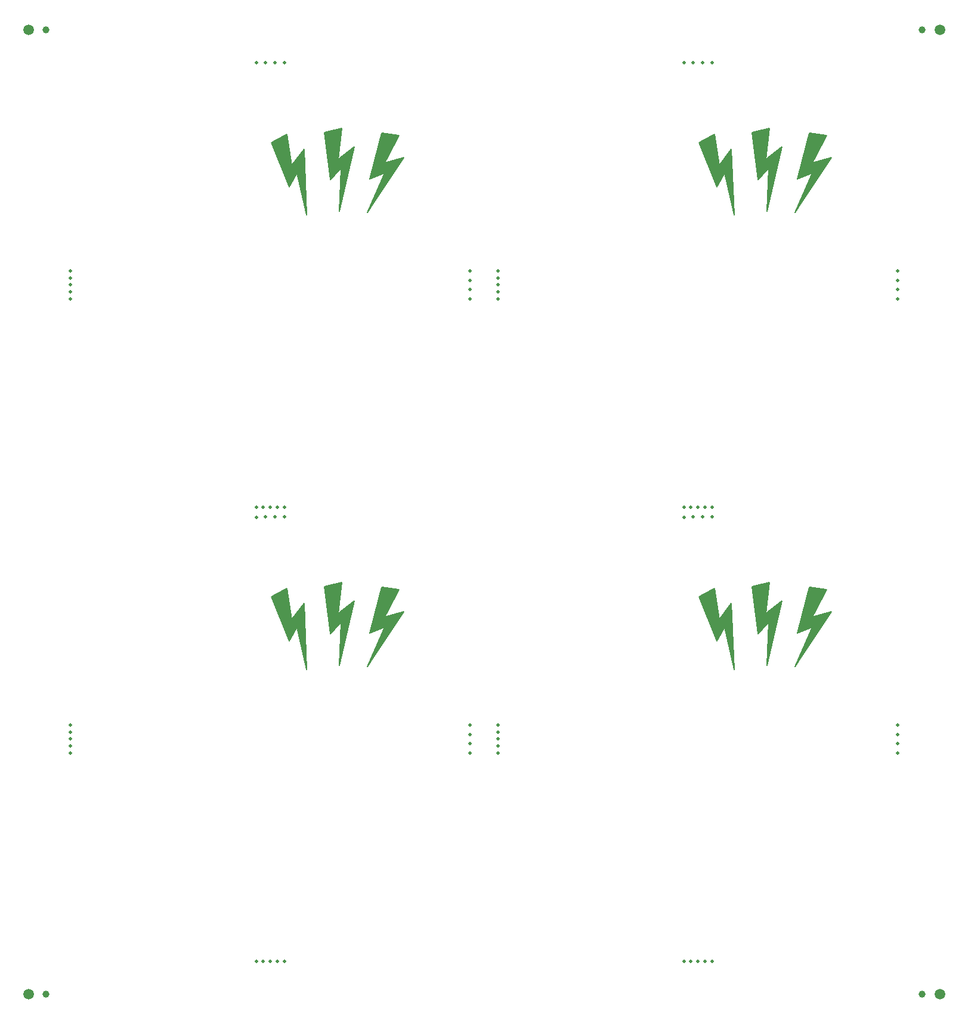
<source format=gbr>
%TF.GenerationSoftware,KiCad,Pcbnew,8.0.3*%
%TF.CreationDate,2024-07-17T13:05:47-05:00*%
%TF.ProjectId,LLTB_Panel,4c4c5442-5f50-4616-9e65-6c2e6b696361,rev?*%
%TF.SameCoordinates,Original*%
%TF.FileFunction,Soldermask,Top*%
%TF.FilePolarity,Negative*%
%FSLAX46Y46*%
G04 Gerber Fmt 4.6, Leading zero omitted, Abs format (unit mm)*
G04 Created by KiCad (PCBNEW 8.0.3) date 2024-07-17 13:05:47*
%MOMM*%
%LPD*%
G01*
G04 APERTURE LIST*
%ADD10C,0.185207*%
%ADD11C,0.500000*%
%ADD12C,1.500000*%
%ADD13C,1.000000*%
G04 APERTURE END LIST*
D10*
X188458066Y-105308152D02*
X190745527Y-103580567D01*
X188665204Y-112709214D01*
X188943982Y-106635880D01*
X187349103Y-108185486D01*
X186526960Y-101521576D01*
X188998418Y-100902772D01*
X188458066Y-105308152D01*
G36*
X188458066Y-105308152D02*
G01*
X190745527Y-103580567D01*
X188665204Y-112709214D01*
X188943982Y-106635880D01*
X187349103Y-108185486D01*
X186526960Y-101521576D01*
X188998418Y-100902772D01*
X188458066Y-105308152D01*
G37*
X181852224Y-106156434D02*
X183614591Y-103895676D01*
X183967832Y-113251694D01*
X182665220Y-107313157D01*
X181525739Y-109222764D01*
X179006872Y-102998704D01*
X181233953Y-101761307D01*
X181852224Y-106156434D01*
G36*
X181852224Y-106156434D02*
G01*
X183614591Y-103895676D01*
X183967832Y-113251694D01*
X182665220Y-107313157D01*
X181525739Y-109222764D01*
X179006872Y-102998704D01*
X181233953Y-101761307D01*
X181852224Y-106156434D01*
G37*
X188458066Y-40870529D02*
X190745527Y-39142944D01*
X188665204Y-48271591D01*
X188943982Y-42198257D01*
X187349103Y-43747863D01*
X186526960Y-37083953D01*
X188998418Y-36465149D01*
X188458066Y-40870529D01*
G36*
X188458066Y-40870529D02*
G01*
X190745527Y-39142944D01*
X188665204Y-48271591D01*
X188943982Y-42198257D01*
X187349103Y-43747863D01*
X186526960Y-37083953D01*
X188998418Y-36465149D01*
X188458066Y-40870529D01*
G37*
X127753617Y-40870529D02*
X130041078Y-39142944D01*
X127960755Y-48271591D01*
X128239533Y-42198257D01*
X126644654Y-43747863D01*
X125822511Y-37083953D01*
X128293969Y-36465149D01*
X127753617Y-40870529D01*
G36*
X127753617Y-40870529D02*
G01*
X130041078Y-39142944D01*
X127960755Y-48271591D01*
X128239533Y-42198257D01*
X126644654Y-43747863D01*
X125822511Y-37083953D01*
X128293969Y-36465149D01*
X127753617Y-40870529D01*
G37*
X127753617Y-105308152D02*
X130041078Y-103580567D01*
X127960755Y-112709214D01*
X128239533Y-106635880D01*
X126644654Y-108185486D01*
X125822511Y-101521576D01*
X128293969Y-100902772D01*
X127753617Y-105308152D01*
G36*
X127753617Y-105308152D02*
G01*
X130041078Y-103580567D01*
X127960755Y-112709214D01*
X128239533Y-106635880D01*
X126644654Y-108185486D01*
X125822511Y-101521576D01*
X128293969Y-100902772D01*
X127753617Y-105308152D01*
G37*
X136455705Y-37514923D02*
X134372506Y-41434066D01*
X137127145Y-40640976D01*
X131913575Y-48417785D01*
X134350335Y-42847732D01*
X132306054Y-43722900D01*
X133926644Y-37206955D01*
X136455705Y-37514923D01*
G36*
X136455705Y-37514923D02*
G01*
X134372506Y-41434066D01*
X137127145Y-40640976D01*
X131913575Y-48417785D01*
X134350335Y-42847732D01*
X132306054Y-43722900D01*
X133926644Y-37206955D01*
X136455705Y-37514923D01*
G37*
X136455705Y-101952546D02*
X134372506Y-105871689D01*
X137127145Y-105078599D01*
X131913575Y-112855408D01*
X134350335Y-107285355D01*
X132306054Y-108160523D01*
X133926644Y-101644578D01*
X136455705Y-101952546D01*
G36*
X136455705Y-101952546D02*
G01*
X134372506Y-105871689D01*
X137127145Y-105078599D01*
X131913575Y-112855408D01*
X134350335Y-107285355D01*
X132306054Y-108160523D01*
X133926644Y-101644578D01*
X136455705Y-101952546D01*
G37*
X121147775Y-41718811D02*
X122910142Y-39458053D01*
X123263383Y-48814071D01*
X121960771Y-42875534D01*
X120821290Y-44785141D01*
X118302423Y-38561081D01*
X120529504Y-37323684D01*
X121147775Y-41718811D01*
G36*
X121147775Y-41718811D02*
G01*
X122910142Y-39458053D01*
X123263383Y-48814071D01*
X121960771Y-42875534D01*
X120821290Y-44785141D01*
X118302423Y-38561081D01*
X120529504Y-37323684D01*
X121147775Y-41718811D01*
G37*
X121147775Y-106156434D02*
X122910142Y-103895676D01*
X123263383Y-113251694D01*
X121960771Y-107313157D01*
X120821290Y-109222764D01*
X118302423Y-102998704D01*
X120529504Y-101761307D01*
X121147775Y-106156434D01*
G36*
X121147775Y-106156434D02*
G01*
X122910142Y-103895676D01*
X123263383Y-113251694D01*
X121960771Y-107313157D01*
X120821290Y-109222764D01*
X118302423Y-102998704D01*
X120529504Y-101761307D01*
X121147775Y-106156434D01*
G37*
X197160154Y-101952546D02*
X195076955Y-105871689D01*
X197831594Y-105078599D01*
X192618024Y-112855408D01*
X195054784Y-107285355D01*
X193010503Y-108160523D01*
X194631093Y-101644578D01*
X197160154Y-101952546D01*
G36*
X197160154Y-101952546D02*
G01*
X195076955Y-105871689D01*
X197831594Y-105078599D01*
X192618024Y-112855408D01*
X195054784Y-107285355D01*
X193010503Y-108160523D01*
X194631093Y-101644578D01*
X197160154Y-101952546D01*
G37*
X197160154Y-37514923D02*
X195076955Y-41434066D01*
X197831594Y-40640976D01*
X192618024Y-48417785D01*
X195054784Y-42847732D01*
X193010503Y-43722900D01*
X194631093Y-37206955D01*
X197160154Y-37514923D01*
G36*
X197160154Y-37514923D02*
G01*
X195076955Y-41434066D01*
X197831594Y-40640976D01*
X192618024Y-48417785D01*
X195054784Y-42847732D01*
X193010503Y-43722900D01*
X194631093Y-37206955D01*
X197160154Y-37514923D01*
G37*
X181852224Y-41718811D02*
X183614591Y-39458053D01*
X183967832Y-48814071D01*
X182665220Y-42875534D01*
X181525739Y-44785141D01*
X179006872Y-38561081D01*
X181233953Y-37323684D01*
X181852224Y-41718811D01*
G36*
X181852224Y-41718811D02*
G01*
X183614591Y-39458053D01*
X183967832Y-48814071D01*
X182665220Y-42875534D01*
X181525739Y-44785141D01*
X179006872Y-38561081D01*
X181233953Y-37323684D01*
X181852224Y-41718811D01*
G37*
D11*
%TO.C,KiKit_MB_9_5*%
X89769914Y-121156886D03*
%TD*%
%TO.C,KiKit_MB_2_3*%
X146514260Y-59387064D03*
%TD*%
%TO.C,KiKit_MB_13_4*%
X150472110Y-122156885D03*
%TD*%
%TO.C,KiKit_MB_9_3*%
X89765409Y-123156884D03*
%TD*%
%TO.C,KiKit_MB_7_3*%
X179519549Y-27210456D03*
%TD*%
%TO.C,KiKit_MB_2_1*%
X146488066Y-56721866D03*
%TD*%
%TO.C,KiKit_MB_5_3*%
X150469857Y-58719261D03*
%TD*%
%TO.C,KiKit_MB_6_4*%
X207224812Y-60719722D03*
%TD*%
%TO.C,KiKit_MB_3_3*%
X118815100Y-27210456D03*
%TD*%
%TO.C,KiKit_MB_7_1*%
X176857149Y-27225892D03*
%TD*%
%TO.C,KiKit_MB_2_4*%
X146520363Y-60719722D03*
%TD*%
%TO.C,KiKit_MB_15_1*%
X176857149Y-91663514D03*
%TD*%
%TO.C,KiKit_MB_15_2*%
X178188206Y-91639284D03*
%TD*%
%TO.C,KiKit_MB_9_1*%
X89760905Y-125156883D03*
%TD*%
D12*
%TO.C,KiKit_TO_4*%
X213204449Y-159375246D03*
%TD*%
D11*
%TO.C,KiKit_MB_13_3*%
X150469857Y-123156884D03*
%TD*%
%TO.C,KiKit_MB_6_2*%
X207208742Y-58054433D03*
%TD*%
%TO.C,KiKit_MB_5_4*%
X150472110Y-57719263D03*
%TD*%
D13*
%TO.C,KiKit_FID_T_1*%
X86295551Y-22500000D03*
%TD*%
D11*
%TO.C,KiKit_MB_16_3*%
X178852125Y-154670708D03*
%TD*%
%TO.C,KiKit_MB_14_2*%
X207208742Y-122492055D03*
%TD*%
D12*
%TO.C,KiKit_TO_1*%
X83795551Y-22500000D03*
%TD*%
D11*
%TO.C,KiKit_MB_5_2*%
X150467605Y-59719261D03*
%TD*%
%TO.C,KiKit_MB_11_2*%
X117483758Y-91639284D03*
%TD*%
%TO.C,KiKit_MB_16_4*%
X177852125Y-154671202D03*
%TD*%
D12*
%TO.C,KiKit_TO_3*%
X83795551Y-159375246D03*
%TD*%
D11*
%TO.C,KiKit_MB_3_2*%
X117483758Y-27201662D03*
%TD*%
%TO.C,KiKit_MB_15_3*%
X179519549Y-91648078D03*
%TD*%
%TO.C,KiKit_MB_7_2*%
X178188206Y-27201662D03*
%TD*%
%TO.C,KiKit_MB_13_1*%
X150465353Y-125156883D03*
%TD*%
%TO.C,KiKit_MB_15_4*%
X180850892Y-91656871D03*
%TD*%
%TO.C,KiKit_MB_4_3*%
X118147677Y-90233085D03*
%TD*%
%TO.C,KiKit_MB_12_4*%
X117147677Y-154671202D03*
%TD*%
%TO.C,KiKit_MB_10_4*%
X146520363Y-125157345D03*
%TD*%
D13*
%TO.C,KiKit_FID_T_3*%
X86295551Y-159375246D03*
%TD*%
D11*
%TO.C,KiKit_MB_14_4*%
X207224812Y-125157345D03*
%TD*%
%TO.C,KiKit_MB_8_1*%
X180852125Y-90232099D03*
%TD*%
%TO.C,KiKit_MB_3_4*%
X120146443Y-27219249D03*
%TD*%
%TO.C,KiKit_MB_8_2*%
X179852125Y-90232592D03*
%TD*%
%TO.C,KiKit_MB_1_2*%
X89763157Y-59719261D03*
%TD*%
%TO.C,KiKit_MB_16_1*%
X180852125Y-154669722D03*
%TD*%
%TO.C,KiKit_MB_3_1*%
X116152701Y-27225892D03*
%TD*%
%TO.C,KiKit_MB_8_4*%
X177852125Y-90233579D03*
%TD*%
%TO.C,KiKit_MB_4_4*%
X117147677Y-90233579D03*
%TD*%
%TO.C,KiKit_MB_7_4*%
X180850892Y-27219249D03*
%TD*%
%TO.C,KiKit_MB_12_5*%
X116147677Y-154671695D03*
%TD*%
%TO.C,KiKit_MB_12_1*%
X120147676Y-154669722D03*
%TD*%
%TO.C,KiKit_MB_8_3*%
X178852125Y-90233085D03*
%TD*%
%TO.C,KiKit_MB_8_5*%
X176852125Y-90234072D03*
%TD*%
%TO.C,KiKit_MB_4_1*%
X120147676Y-90232099D03*
%TD*%
%TO.C,KiKit_MB_11_4*%
X120146443Y-91656871D03*
%TD*%
%TO.C,KiKit_MB_10_3*%
X146514260Y-123824687D03*
%TD*%
%TO.C,KiKit_MB_1_3*%
X89765409Y-58719261D03*
%TD*%
%TO.C,KiKit_MB_9_2*%
X89763157Y-124156884D03*
%TD*%
%TO.C,KiKit_MB_1_1*%
X89760905Y-60719260D03*
%TD*%
%TO.C,KiKit_MB_1_5*%
X89769914Y-56719264D03*
%TD*%
%TO.C,KiKit_MB_12_2*%
X119147676Y-154670215D03*
%TD*%
%TO.C,KiKit_MB_11_3*%
X118815100Y-91648078D03*
%TD*%
%TO.C,KiKit_MB_12_3*%
X118147677Y-154670708D03*
%TD*%
%TO.C,KiKit_MB_5_1*%
X150465353Y-60719260D03*
%TD*%
%TO.C,KiKit_MB_13_5*%
X150474362Y-121156886D03*
%TD*%
%TO.C,KiKit_MB_1_4*%
X89767662Y-57719263D03*
%TD*%
%TO.C,KiKit_MB_2_2*%
X146504293Y-58054433D03*
%TD*%
%TO.C,KiKit_MB_4_5*%
X116147677Y-90234072D03*
%TD*%
%TO.C,KiKit_MB_9_4*%
X89767662Y-122156885D03*
%TD*%
D13*
%TO.C,KiKit_FID_T_4*%
X210704449Y-159375246D03*
%TD*%
D11*
%TO.C,KiKit_MB_4_2*%
X119147676Y-90232592D03*
%TD*%
%TO.C,KiKit_MB_5_5*%
X150474362Y-56719264D03*
%TD*%
%TO.C,KiKit_MB_13_2*%
X150467605Y-124156884D03*
%TD*%
%TO.C,KiKit_MB_6_1*%
X207192515Y-56721866D03*
%TD*%
%TO.C,KiKit_MB_16_2*%
X179852125Y-154670215D03*
%TD*%
%TO.C,KiKit_MB_11_1*%
X116152701Y-91663514D03*
%TD*%
%TO.C,KiKit_MB_6_3*%
X207218709Y-59387064D03*
%TD*%
D13*
%TO.C,KiKit_FID_T_2*%
X210704449Y-22500000D03*
%TD*%
D11*
%TO.C,KiKit_MB_16_5*%
X176852125Y-154671695D03*
%TD*%
%TO.C,KiKit_MB_14_1*%
X207192515Y-121159488D03*
%TD*%
%TO.C,KiKit_MB_10_1*%
X146488066Y-121159488D03*
%TD*%
%TO.C,KiKit_MB_10_2*%
X146504293Y-122492055D03*
%TD*%
%TO.C,KiKit_MB_14_3*%
X207218709Y-123824687D03*
%TD*%
D12*
%TO.C,KiKit_TO_2*%
X213204449Y-22500000D03*
%TD*%
M02*

</source>
